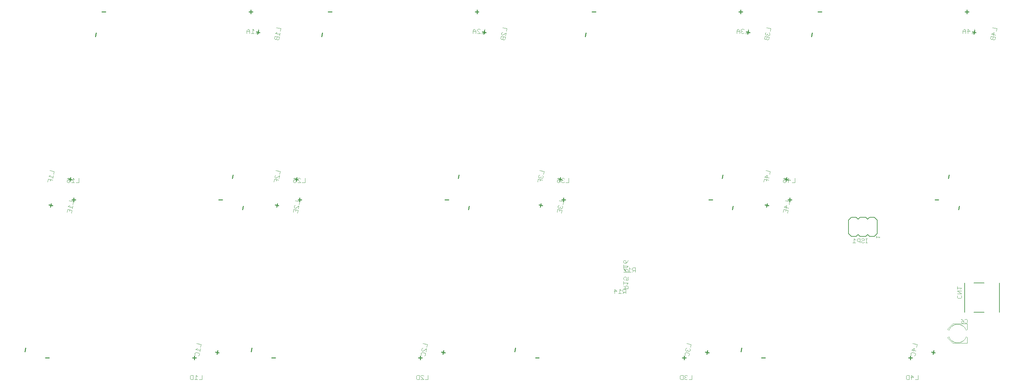
<source format=gbl>
G75*
%MOIN*%
%OFA0B0*%
%FSLAX25Y25*%
%IPPOS*%
%LPD*%
%AMOC8*
5,1,8,0,0,1.08239X$1,22.5*
%
%ADD10C,0.00400*%
%ADD11C,0.00300*%
%ADD12C,0.00500*%
%ADD13C,0.01000*%
D10*
X0209134Y0093326D02*
X0209134Y0096395D01*
X0209901Y0097162D01*
X0212203Y0097162D01*
X0212203Y0092558D01*
X0209901Y0092558D01*
X0209134Y0093326D01*
X0213738Y0092558D02*
X0216807Y0092558D01*
X0218342Y0092558D02*
X0221411Y0092558D01*
X0221411Y0097162D01*
X0216807Y0095628D02*
X0215272Y0097162D01*
X0215272Y0092558D01*
X0217581Y0117420D02*
X0218470Y0118042D01*
X0218737Y0119553D01*
X0218114Y0120442D01*
X0215091Y0120975D01*
X0214203Y0120353D01*
X0213936Y0118841D01*
X0214558Y0117953D01*
X0219136Y0121820D02*
X0219669Y0124843D01*
X0219403Y0123332D02*
X0214869Y0124131D01*
X0216647Y0125376D01*
X0219936Y0126354D02*
X0220469Y0129377D01*
X0215935Y0130176D01*
X0445354Y0096395D02*
X0446122Y0097162D01*
X0448424Y0097162D01*
X0448424Y0092558D01*
X0446122Y0092558D01*
X0445354Y0093326D01*
X0445354Y0096395D01*
X0449958Y0096395D02*
X0450725Y0097162D01*
X0452260Y0097162D01*
X0453027Y0096395D01*
X0449958Y0096395D02*
X0449958Y0095628D01*
X0453027Y0092558D01*
X0449958Y0092558D01*
X0454562Y0092558D02*
X0457631Y0092558D01*
X0457631Y0097162D01*
X0453802Y0117420D02*
X0454690Y0118042D01*
X0454957Y0119553D01*
X0454335Y0120442D01*
X0451312Y0120975D01*
X0450423Y0120353D01*
X0450156Y0118841D01*
X0450779Y0117953D01*
X0451578Y0122487D02*
X0450956Y0123375D01*
X0451222Y0124887D01*
X0452111Y0125509D01*
X0451578Y0122487D02*
X0452334Y0122353D01*
X0455890Y0124843D01*
X0455357Y0121820D01*
X0456156Y0126354D02*
X0456689Y0129377D01*
X0452155Y0130176D01*
X0651732Y0184860D02*
X0654801Y0184860D01*
X0652500Y0187162D01*
X0652500Y0182558D01*
X0656336Y0182558D02*
X0659405Y0182558D01*
X0657871Y0182558D02*
X0657871Y0187162D01*
X0659405Y0185628D01*
X0660940Y0186395D02*
X0660940Y0184860D01*
X0661707Y0184093D01*
X0664009Y0184093D01*
X0662475Y0184093D02*
X0660940Y0182558D01*
X0664009Y0182558D02*
X0664009Y0187162D01*
X0661707Y0187162D01*
X0660940Y0186395D01*
X0661909Y0187558D02*
X0666513Y0187558D01*
X0666513Y0189860D01*
X0665746Y0190628D01*
X0664211Y0190628D01*
X0663444Y0189860D01*
X0663444Y0187558D01*
X0663444Y0189093D02*
X0661909Y0190628D01*
X0661909Y0192162D02*
X0661909Y0195231D01*
X0661909Y0193697D02*
X0666513Y0193697D01*
X0664979Y0192162D01*
X0664211Y0196766D02*
X0664979Y0198301D01*
X0664979Y0199068D01*
X0664211Y0199835D01*
X0662677Y0199835D01*
X0661909Y0199068D01*
X0661909Y0197533D01*
X0662677Y0196766D01*
X0664211Y0196766D02*
X0666513Y0196766D01*
X0666513Y0199835D01*
X0666513Y0205058D02*
X0661909Y0205058D01*
X0663444Y0205058D02*
X0663444Y0207360D01*
X0664211Y0208128D01*
X0665746Y0208128D01*
X0666513Y0207360D01*
X0666513Y0205058D01*
X0666336Y0205058D02*
X0669405Y0205058D01*
X0667871Y0205058D02*
X0667871Y0209662D01*
X0669405Y0208128D01*
X0670940Y0208895D02*
X0670940Y0207360D01*
X0671707Y0206593D01*
X0674009Y0206593D01*
X0672475Y0206593D02*
X0670940Y0205058D01*
X0674009Y0205058D02*
X0674009Y0209662D01*
X0671707Y0209662D01*
X0670940Y0208895D01*
X0666513Y0211197D02*
X0661909Y0211197D01*
X0661909Y0212731D02*
X0661909Y0209662D01*
X0661732Y0209662D02*
X0661732Y0208895D01*
X0664801Y0205826D01*
X0664801Y0205058D01*
X0663444Y0206593D02*
X0661909Y0208128D01*
X0661732Y0209662D02*
X0664801Y0209662D01*
X0664979Y0209662D02*
X0666513Y0211197D01*
X0664211Y0214266D02*
X0664211Y0216568D01*
X0663444Y0217335D01*
X0662677Y0217335D01*
X0661909Y0216568D01*
X0661909Y0215033D01*
X0662677Y0214266D01*
X0664211Y0214266D01*
X0665746Y0215801D01*
X0666513Y0217335D01*
X0596850Y0266761D02*
X0597383Y0269783D01*
X0592849Y0270583D01*
X0592316Y0267560D01*
X0594850Y0268672D02*
X0595116Y0270183D01*
X0594627Y0271827D02*
X0595516Y0272450D01*
X0596139Y0271561D01*
X0596894Y0271428D01*
X0597783Y0272050D01*
X0598050Y0273561D01*
X0597427Y0274450D01*
X0598449Y0275828D02*
X0598982Y0278851D01*
X0594448Y0279651D01*
X0594405Y0274983D02*
X0593516Y0274361D01*
X0593249Y0272850D01*
X0593872Y0271961D01*
X0594627Y0271827D01*
X0595516Y0272450D02*
X0595649Y0273206D01*
X0594618Y0298661D02*
X0593083Y0298661D01*
X0592316Y0299428D01*
X0592316Y0300963D01*
X0593850Y0300963D01*
X0592316Y0302497D02*
X0593083Y0303265D01*
X0594618Y0303265D01*
X0595385Y0302497D01*
X0595385Y0299428D01*
X0594618Y0298661D01*
X0596920Y0299428D02*
X0597687Y0298661D01*
X0599222Y0298661D01*
X0599989Y0299428D01*
X0601523Y0298661D02*
X0604593Y0298661D01*
X0604593Y0303265D01*
X0599989Y0302497D02*
X0599222Y0303265D01*
X0597687Y0303265D01*
X0596920Y0302497D01*
X0596920Y0301730D01*
X0597687Y0300963D01*
X0596920Y0300195D01*
X0596920Y0299428D01*
X0597687Y0300963D02*
X0598454Y0300963D01*
X0577804Y0305190D02*
X0577181Y0306079D01*
X0577804Y0305190D02*
X0577537Y0303678D01*
X0576648Y0303056D01*
X0575893Y0303189D01*
X0575270Y0304078D01*
X0575403Y0304834D01*
X0575270Y0304078D02*
X0574381Y0303456D01*
X0573626Y0303589D01*
X0573003Y0304478D01*
X0573270Y0305989D01*
X0574159Y0306612D01*
X0578203Y0307457D02*
X0578736Y0310479D01*
X0574202Y0311279D01*
X0572603Y0302211D02*
X0572070Y0299188D01*
X0574604Y0300300D02*
X0574870Y0301811D01*
X0577137Y0301411D02*
X0572603Y0302211D01*
X0808291Y0299188D02*
X0808824Y0302211D01*
X0813358Y0301411D01*
X0811091Y0301811D02*
X0810824Y0300300D01*
X0811357Y0303322D02*
X0811890Y0306345D01*
X0809224Y0304478D01*
X0813758Y0303678D01*
X0814424Y0307457D02*
X0814957Y0310479D01*
X0810423Y0311279D01*
X0828536Y0302497D02*
X0829303Y0303265D01*
X0830838Y0303265D01*
X0831605Y0302497D01*
X0831605Y0299428D01*
X0830838Y0298661D01*
X0829303Y0298661D01*
X0828536Y0299428D01*
X0828536Y0300963D01*
X0830071Y0300963D01*
X0833140Y0300963D02*
X0836209Y0300963D01*
X0833907Y0303265D01*
X0833907Y0298661D01*
X0837744Y0298661D02*
X0840813Y0298661D01*
X0840813Y0303265D01*
X0835203Y0278851D02*
X0830669Y0279651D01*
X0835203Y0278851D02*
X0834670Y0275828D01*
X0832136Y0274717D02*
X0831603Y0271694D01*
X0831337Y0270183D02*
X0831070Y0268672D01*
X0829070Y0270583D02*
X0833604Y0269783D01*
X0833071Y0266761D01*
X0828537Y0267560D02*
X0829070Y0270583D01*
X0829470Y0272850D02*
X0832136Y0274717D01*
X0829470Y0272850D02*
X0834004Y0272050D01*
X0902579Y0240162D02*
X0902579Y0235558D01*
X0904113Y0235558D02*
X0901044Y0235558D01*
X0904113Y0238628D02*
X0902579Y0240162D01*
X0905648Y0239395D02*
X0905648Y0237860D01*
X0906415Y0237093D01*
X0908717Y0237093D01*
X0908717Y0235558D02*
X0908717Y0240162D01*
X0906415Y0240162D01*
X0905648Y0239395D01*
X0910252Y0239395D02*
X0911019Y0240162D01*
X0912554Y0240162D01*
X0913321Y0239395D01*
X0913321Y0238628D01*
X0912554Y0237860D01*
X0911019Y0237860D01*
X0910252Y0237093D01*
X0910252Y0236326D01*
X0911019Y0235558D01*
X0912554Y0235558D01*
X0913321Y0236326D01*
X0914856Y0235558D02*
X0916390Y0235558D01*
X0915623Y0235558D02*
X0915623Y0240162D01*
X0916390Y0240162D02*
X0914856Y0240162D01*
X1010354Y0189921D02*
X1010354Y0186852D01*
X1010354Y0188387D02*
X1014958Y0188387D01*
X1013423Y0186852D01*
X1014958Y0185317D02*
X1010354Y0185317D01*
X1014958Y0182248D01*
X1010354Y0182248D01*
X1011122Y0180713D02*
X1010354Y0179946D01*
X1010354Y0178411D01*
X1011122Y0177644D01*
X1014191Y0177644D01*
X1014958Y0178411D01*
X1014958Y0179946D01*
X1014191Y0180713D01*
X1020863Y0151059D02*
X1005705Y0151059D01*
X1000390Y0145744D01*
X1000390Y0144563D01*
X1001572Y0137476D02*
X1001656Y0137257D01*
X1001745Y0137040D01*
X1001840Y0136825D01*
X1001940Y0136612D01*
X1002045Y0136402D01*
X1002155Y0136195D01*
X1002270Y0135990D01*
X1002390Y0135788D01*
X1002515Y0135589D01*
X1002645Y0135393D01*
X1002779Y0135200D01*
X1002918Y0135011D01*
X1003062Y0134825D01*
X1003210Y0134643D01*
X1003363Y0134464D01*
X1003520Y0134289D01*
X1003681Y0134118D01*
X1003846Y0133951D01*
X1004015Y0133788D01*
X1004188Y0133630D01*
X1004365Y0133475D01*
X1004546Y0133325D01*
X1004730Y0133179D01*
X1004918Y0133038D01*
X1005109Y0132901D01*
X1005304Y0132769D01*
X1005501Y0132642D01*
X1005702Y0132520D01*
X1005905Y0132403D01*
X1006112Y0132290D01*
X1006321Y0132183D01*
X1006532Y0132081D01*
X1006746Y0131983D01*
X1006962Y0131892D01*
X1007181Y0131805D01*
X1007401Y0131724D01*
X1007623Y0131648D01*
X1007848Y0131578D01*
X1008073Y0131513D01*
X1008301Y0131453D01*
X1008529Y0131400D01*
X1008759Y0131351D01*
X1008990Y0131309D01*
X1009222Y0131272D01*
X1009455Y0131240D01*
X1009689Y0131215D01*
X1009923Y0131195D01*
X1010157Y0131180D01*
X1010392Y0131172D01*
X1010627Y0131169D01*
X1010862Y0131172D01*
X1011097Y0131180D01*
X1011331Y0131195D01*
X1011565Y0131215D01*
X1011799Y0131240D01*
X1012032Y0131272D01*
X1012264Y0131309D01*
X1012495Y0131351D01*
X1012725Y0131400D01*
X1012953Y0131453D01*
X1013181Y0131513D01*
X1013406Y0131578D01*
X1013631Y0131648D01*
X1013853Y0131724D01*
X1014073Y0131805D01*
X1014292Y0131892D01*
X1014508Y0131983D01*
X1014722Y0132081D01*
X1014933Y0132183D01*
X1015142Y0132290D01*
X1015349Y0132403D01*
X1015552Y0132520D01*
X1015753Y0132642D01*
X1015950Y0132769D01*
X1016145Y0132901D01*
X1016336Y0133038D01*
X1016524Y0133179D01*
X1016708Y0133325D01*
X1016889Y0133475D01*
X1017066Y0133630D01*
X1017239Y0133788D01*
X1017408Y0133951D01*
X1017573Y0134118D01*
X1017734Y0134289D01*
X1017891Y0134464D01*
X1018044Y0134643D01*
X1018192Y0134825D01*
X1018336Y0135011D01*
X1018475Y0135200D01*
X1018609Y0135393D01*
X1018739Y0135589D01*
X1018864Y0135788D01*
X1018984Y0135990D01*
X1019099Y0136195D01*
X1019209Y0136402D01*
X1019314Y0136612D01*
X1019414Y0136825D01*
X1019509Y0137040D01*
X1019598Y0137257D01*
X1019682Y0137476D01*
X1020863Y0137083D02*
X1020863Y0130587D01*
X1005705Y0130587D01*
X1000390Y0135902D01*
X1000390Y0137083D01*
X1001572Y0144170D02*
X1001656Y0144389D01*
X1001745Y0144606D01*
X1001840Y0144821D01*
X1001940Y0145034D01*
X1002045Y0145244D01*
X1002155Y0145451D01*
X1002270Y0145656D01*
X1002390Y0145858D01*
X1002515Y0146057D01*
X1002645Y0146253D01*
X1002779Y0146446D01*
X1002918Y0146635D01*
X1003062Y0146821D01*
X1003210Y0147003D01*
X1003363Y0147182D01*
X1003520Y0147357D01*
X1003681Y0147528D01*
X1003846Y0147695D01*
X1004015Y0147858D01*
X1004188Y0148016D01*
X1004365Y0148171D01*
X1004546Y0148321D01*
X1004730Y0148467D01*
X1004918Y0148608D01*
X1005109Y0148745D01*
X1005304Y0148877D01*
X1005501Y0149004D01*
X1005702Y0149126D01*
X1005905Y0149243D01*
X1006112Y0149356D01*
X1006321Y0149463D01*
X1006532Y0149565D01*
X1006746Y0149663D01*
X1006962Y0149754D01*
X1007181Y0149841D01*
X1007401Y0149922D01*
X1007623Y0149998D01*
X1007848Y0150068D01*
X1008073Y0150133D01*
X1008301Y0150193D01*
X1008529Y0150246D01*
X1008759Y0150295D01*
X1008990Y0150337D01*
X1009222Y0150374D01*
X1009455Y0150406D01*
X1009689Y0150431D01*
X1009923Y0150451D01*
X1010157Y0150466D01*
X1010392Y0150474D01*
X1010627Y0150477D01*
X1010862Y0150474D01*
X1011097Y0150466D01*
X1011331Y0150451D01*
X1011565Y0150431D01*
X1011799Y0150406D01*
X1012032Y0150374D01*
X1012264Y0150337D01*
X1012495Y0150295D01*
X1012725Y0150246D01*
X1012953Y0150193D01*
X1013181Y0150133D01*
X1013406Y0150068D01*
X1013631Y0149998D01*
X1013853Y0149922D01*
X1014073Y0149841D01*
X1014292Y0149754D01*
X1014508Y0149663D01*
X1014722Y0149565D01*
X1014933Y0149463D01*
X1015142Y0149356D01*
X1015349Y0149243D01*
X1015552Y0149126D01*
X1015753Y0149004D01*
X1015950Y0148877D01*
X1016145Y0148745D01*
X1016336Y0148608D01*
X1016524Y0148467D01*
X1016708Y0148321D01*
X1016889Y0148171D01*
X1017066Y0148016D01*
X1017239Y0147858D01*
X1017408Y0147695D01*
X1017573Y0147528D01*
X1017734Y0147357D01*
X1017891Y0147182D01*
X1018044Y0147003D01*
X1018192Y0146821D01*
X1018336Y0146635D01*
X1018475Y0146446D01*
X1018609Y0146253D01*
X1018739Y0146057D01*
X1018864Y0145858D01*
X1018984Y0145656D01*
X1019099Y0145451D01*
X1019209Y0145244D01*
X1019314Y0145034D01*
X1019414Y0144821D01*
X1019509Y0144606D01*
X1019598Y0144389D01*
X1019682Y0144170D01*
X1020863Y0144563D02*
X1020863Y0151059D01*
X0968500Y0129377D02*
X0967967Y0126354D01*
X0965434Y0125243D02*
X0964901Y0122220D01*
X0966146Y0120442D02*
X0966768Y0119553D01*
X0966502Y0118042D01*
X0965613Y0117420D01*
X0966146Y0120442D02*
X0963123Y0120975D01*
X0962234Y0120353D01*
X0961968Y0118841D01*
X0962590Y0117953D01*
X0962767Y0123375D02*
X0965434Y0125243D01*
X0967301Y0122576D02*
X0962767Y0123375D01*
X0963966Y0130176D02*
X0968500Y0129377D01*
X0969442Y0097162D02*
X0969442Y0092558D01*
X0966373Y0092558D01*
X0964838Y0094860D02*
X0961769Y0094860D01*
X0962537Y0092558D02*
X0962537Y0097162D01*
X0964838Y0094860D01*
X0960235Y0092558D02*
X0957933Y0092558D01*
X0957165Y0093326D01*
X0957165Y0096395D01*
X0957933Y0097162D01*
X0960235Y0097162D01*
X0960235Y0092558D01*
X0733222Y0092558D02*
X0730153Y0092558D01*
X0728618Y0093326D02*
X0727851Y0092558D01*
X0726316Y0092558D01*
X0725549Y0093326D01*
X0725549Y0094093D01*
X0726316Y0094860D01*
X0727083Y0094860D01*
X0726316Y0094860D02*
X0725549Y0095628D01*
X0725549Y0096395D01*
X0726316Y0097162D01*
X0727851Y0097162D01*
X0728618Y0096395D01*
X0733222Y0097162D02*
X0733222Y0092558D01*
X0724014Y0092558D02*
X0724014Y0097162D01*
X0721712Y0097162D01*
X0720945Y0096395D01*
X0720945Y0093326D01*
X0721712Y0092558D01*
X0724014Y0092558D01*
X0729392Y0117420D02*
X0730281Y0118042D01*
X0730548Y0119553D01*
X0729925Y0120442D01*
X0726902Y0120975D01*
X0726014Y0120353D01*
X0725747Y0118841D01*
X0726369Y0117953D01*
X0727169Y0122487D02*
X0727925Y0122353D01*
X0728814Y0122976D01*
X0729436Y0122087D01*
X0730192Y0121954D01*
X0731080Y0122576D01*
X0731347Y0124087D01*
X0730725Y0124976D01*
X0731747Y0126354D02*
X0732280Y0129377D01*
X0727746Y0130176D01*
X0727702Y0125509D02*
X0726813Y0124887D01*
X0726547Y0123375D01*
X0727169Y0122487D01*
X0728814Y0122976D02*
X0728947Y0123731D01*
X0321260Y0266761D02*
X0321793Y0269783D01*
X0317259Y0270583D01*
X0316726Y0267560D01*
X0319259Y0268672D02*
X0319526Y0270183D01*
X0319037Y0271827D02*
X0318281Y0271961D01*
X0317659Y0272850D01*
X0317925Y0274361D01*
X0318814Y0274983D01*
X0319037Y0271827D02*
X0322592Y0274317D01*
X0322059Y0271295D01*
X0322859Y0275828D02*
X0323392Y0278851D01*
X0318858Y0279651D01*
X0319027Y0298661D02*
X0317492Y0298661D01*
X0316725Y0299428D01*
X0316725Y0300963D01*
X0318260Y0300963D01*
X0319794Y0302497D02*
X0319794Y0299428D01*
X0319027Y0298661D01*
X0321329Y0298661D02*
X0324398Y0298661D01*
X0321329Y0301730D01*
X0321329Y0302497D01*
X0322096Y0303265D01*
X0323631Y0303265D01*
X0324398Y0302497D01*
X0325933Y0298661D02*
X0329002Y0298661D01*
X0329002Y0303265D01*
X0319794Y0302497D02*
X0319027Y0303265D01*
X0317492Y0303265D01*
X0316725Y0302497D01*
X0302346Y0305945D02*
X0298791Y0303456D01*
X0298035Y0303589D01*
X0297413Y0304478D01*
X0297679Y0305989D01*
X0298568Y0306612D01*
X0302346Y0305945D02*
X0301813Y0302923D01*
X0301547Y0301411D02*
X0297013Y0302211D01*
X0296480Y0299188D01*
X0299013Y0300300D02*
X0299280Y0301811D01*
X0302613Y0307457D02*
X0303146Y0310479D01*
X0298612Y0311279D01*
X0092782Y0303265D02*
X0092782Y0298661D01*
X0089712Y0298661D01*
X0088178Y0298661D02*
X0085109Y0298661D01*
X0086643Y0298661D02*
X0086643Y0303265D01*
X0088178Y0301730D01*
X0083574Y0302497D02*
X0083574Y0299428D01*
X0082807Y0298661D01*
X0081272Y0298661D01*
X0080505Y0299428D01*
X0080505Y0300963D01*
X0082039Y0300963D01*
X0080505Y0302497D02*
X0081272Y0303265D01*
X0082807Y0303265D01*
X0083574Y0302497D01*
X0066126Y0305945D02*
X0065593Y0302923D01*
X0065859Y0304434D02*
X0061325Y0305234D01*
X0063103Y0306478D01*
X0066392Y0307457D02*
X0066925Y0310479D01*
X0062391Y0311279D01*
X0060792Y0302211D02*
X0060259Y0299188D01*
X0062793Y0300300D02*
X0063059Y0301811D01*
X0065326Y0301411D02*
X0060792Y0302211D01*
X0082637Y0279651D02*
X0087171Y0278851D01*
X0086638Y0275828D01*
X0086372Y0274317D02*
X0085839Y0271295D01*
X0086105Y0272806D02*
X0081571Y0273605D01*
X0083349Y0274850D01*
X0083305Y0270183D02*
X0083039Y0268672D01*
X0085572Y0269783D02*
X0081038Y0270583D01*
X0080505Y0267560D01*
X0085039Y0266761D02*
X0085572Y0269783D01*
X0297797Y0448529D02*
X0298552Y0448396D01*
X0299441Y0449018D01*
X0299841Y0451285D01*
X0302108Y0450886D02*
X0301708Y0448619D01*
X0300819Y0447996D01*
X0300063Y0448129D01*
X0299441Y0449018D01*
X0297797Y0448529D02*
X0297174Y0449418D01*
X0297574Y0451685D01*
X0302108Y0450886D01*
X0302374Y0452397D02*
X0302907Y0455420D01*
X0303174Y0456931D02*
X0303707Y0459953D01*
X0299173Y0460753D01*
X0299885Y0455952D02*
X0298107Y0454708D01*
X0302641Y0453908D01*
X0280466Y0454763D02*
X0277397Y0454763D01*
X0275862Y0454763D02*
X0272793Y0454763D01*
X0274327Y0454763D02*
X0274327Y0459367D01*
X0275862Y0457832D01*
X0271258Y0457832D02*
X0269724Y0459367D01*
X0268189Y0457832D01*
X0268189Y0454763D01*
X0268189Y0457065D02*
X0271258Y0457065D01*
X0271258Y0457832D02*
X0271258Y0454763D01*
X0280466Y0454763D02*
X0280466Y0459367D01*
X0504409Y0457832D02*
X0504409Y0454763D01*
X0504409Y0457065D02*
X0507479Y0457065D01*
X0507479Y0457832D02*
X0505944Y0459367D01*
X0504409Y0457832D01*
X0507479Y0457832D02*
X0507479Y0454763D01*
X0509013Y0454763D02*
X0512083Y0454763D01*
X0509013Y0457832D01*
X0509013Y0458600D01*
X0509781Y0459367D01*
X0511315Y0459367D01*
X0512083Y0458600D01*
X0513617Y0454763D02*
X0516686Y0454763D01*
X0516686Y0459367D01*
X0534461Y0455463D02*
X0535349Y0456086D01*
X0534461Y0455463D02*
X0534194Y0453952D01*
X0534816Y0453063D01*
X0535572Y0452930D01*
X0539128Y0455420D01*
X0538595Y0452397D01*
X0538328Y0450886D02*
X0537929Y0448619D01*
X0537040Y0447996D01*
X0536284Y0448129D01*
X0535662Y0449018D01*
X0536061Y0451285D01*
X0535662Y0449018D02*
X0534773Y0448396D01*
X0534017Y0448529D01*
X0533395Y0449418D01*
X0533794Y0451685D01*
X0538328Y0450886D01*
X0539394Y0456931D02*
X0539927Y0459953D01*
X0535393Y0460753D01*
X0780000Y0457832D02*
X0780000Y0454763D01*
X0780000Y0457065D02*
X0783069Y0457065D01*
X0783069Y0457832D02*
X0781535Y0459367D01*
X0780000Y0457832D01*
X0783069Y0457832D02*
X0783069Y0454763D01*
X0784604Y0455530D02*
X0785371Y0454763D01*
X0786906Y0454763D01*
X0787673Y0455530D01*
X0789208Y0454763D02*
X0792277Y0454763D01*
X0792277Y0459367D01*
X0787673Y0458600D02*
X0786906Y0459367D01*
X0785371Y0459367D01*
X0784604Y0458600D01*
X0784604Y0457832D01*
X0785371Y0457065D01*
X0784604Y0456298D01*
X0784604Y0455530D01*
X0785371Y0457065D02*
X0786138Y0457065D01*
X0809385Y0451685D02*
X0808985Y0449418D01*
X0809608Y0448529D01*
X0810363Y0448396D01*
X0811252Y0449018D01*
X0811652Y0451285D01*
X0812674Y0452663D02*
X0813430Y0452530D01*
X0814319Y0453153D01*
X0814585Y0454664D01*
X0813963Y0455553D01*
X0814985Y0456931D02*
X0815518Y0459953D01*
X0810984Y0460753D01*
X0810940Y0456086D02*
X0810051Y0455463D01*
X0809785Y0453952D01*
X0810407Y0453063D01*
X0811163Y0452930D01*
X0812052Y0453552D01*
X0812674Y0452663D01*
X0812052Y0453552D02*
X0812185Y0454308D01*
X0813919Y0450886D02*
X0809385Y0451685D01*
X0811252Y0449018D02*
X0811875Y0448129D01*
X0812630Y0447996D01*
X0813519Y0448619D01*
X0813919Y0450886D01*
X1016220Y0454763D02*
X1016220Y0457832D01*
X1017755Y0459367D01*
X1019290Y0457832D01*
X1019290Y0454763D01*
X1021592Y0454763D02*
X1021592Y0459367D01*
X1023894Y0457065D01*
X1020824Y0457065D01*
X1019290Y0457065D02*
X1016220Y0457065D01*
X1025428Y0454763D02*
X1028498Y0454763D01*
X1028498Y0459367D01*
X1046005Y0453952D02*
X1048672Y0455819D01*
X1048139Y0452797D01*
X1047872Y0451285D02*
X1047473Y0449018D01*
X1048095Y0448129D01*
X1048851Y0447996D01*
X1049740Y0448619D01*
X1050139Y0450886D01*
X1045605Y0451685D01*
X1045206Y0449418D01*
X1045828Y0448529D01*
X1046584Y0448396D01*
X1047473Y0449018D01*
X1050539Y0453153D02*
X1046005Y0453952D01*
X1051205Y0456931D02*
X1051738Y0459953D01*
X1047204Y0460753D01*
D11*
X0929562Y0241743D02*
X0925859Y0241743D01*
X0925859Y0242977D02*
X0925859Y0240508D01*
X0928328Y0240508D02*
X0929562Y0241743D01*
X1014561Y0155503D02*
X1015795Y0154886D01*
X1017030Y0153651D01*
X1015178Y0153651D01*
X1014561Y0153034D01*
X1014561Y0152417D01*
X1015178Y0151800D01*
X1016413Y0151800D01*
X1017030Y0152417D01*
X1017030Y0153651D01*
X1018244Y0152417D02*
X1018861Y0151800D01*
X1020096Y0151800D01*
X1020713Y0152417D01*
X1020713Y0154886D01*
X1020096Y0155503D01*
X1018861Y0155503D01*
X1018244Y0154886D01*
D12*
X1018107Y0162870D02*
X1018107Y0193579D01*
X1018107Y0190823D02*
X1018107Y0186492D01*
X1027949Y0193579D02*
X1038579Y0193579D01*
X1054327Y0193579D02*
X1054327Y0162870D01*
X1038579Y0162870D02*
X1027949Y0162870D01*
X1018107Y0165626D02*
X1018107Y0169957D01*
X0926709Y0245358D02*
X0923709Y0242358D01*
X0918709Y0242358D01*
X0916709Y0244358D01*
X0914709Y0242358D01*
X0908709Y0242358D01*
X0906709Y0244358D01*
X0904709Y0242358D01*
X0899709Y0242358D01*
X0896709Y0245358D01*
X0896709Y0259358D01*
X0899709Y0262358D01*
X0904709Y0262358D01*
X0906709Y0260358D01*
X0908709Y0262358D01*
X0914709Y0262358D01*
X0916709Y0260358D01*
X0918709Y0262358D01*
X0923709Y0262358D01*
X0926709Y0259358D01*
X0926709Y0245358D01*
D13*
X0987005Y0280587D02*
X0990942Y0280587D01*
X1012369Y0274086D02*
X1011685Y0270209D01*
X1001010Y0302835D02*
X1001694Y0306712D01*
X0837398Y0280587D02*
X0833461Y0280587D01*
X0835430Y0282555D02*
X0835430Y0278618D01*
X0813418Y0274540D02*
X0809541Y0275224D01*
X0811821Y0276821D02*
X0811137Y0272943D01*
X0776149Y0274086D02*
X0775465Y0270209D01*
X0754721Y0280587D02*
X0750784Y0280587D01*
X0764790Y0302835D02*
X0765473Y0306712D01*
X0829883Y0302381D02*
X0833760Y0301697D01*
X0831480Y0300101D02*
X0832163Y0303978D01*
X0601178Y0280587D02*
X0597241Y0280587D01*
X0599209Y0282555D02*
X0599209Y0278618D01*
X0577197Y0274540D02*
X0573320Y0275224D01*
X0575600Y0276821D02*
X0574917Y0272943D01*
X0595259Y0300101D02*
X0595943Y0303978D01*
X0593662Y0302381D02*
X0597540Y0301697D01*
X0500558Y0274086D02*
X0499874Y0270209D01*
X0479131Y0280587D02*
X0475194Y0280587D01*
X0489199Y0302835D02*
X0489883Y0306712D01*
X0325587Y0280587D02*
X0321650Y0280587D01*
X0323619Y0282555D02*
X0323619Y0278618D01*
X0301607Y0274540D02*
X0297729Y0275224D01*
X0300010Y0276821D02*
X0299326Y0272943D01*
X0264338Y0274086D02*
X0263654Y0270209D01*
X0242910Y0280587D02*
X0238973Y0280587D01*
X0252979Y0302835D02*
X0253662Y0306712D01*
X0318072Y0302381D02*
X0321949Y0301697D01*
X0319669Y0300101D02*
X0320352Y0303978D01*
X0089367Y0280587D02*
X0085430Y0280587D01*
X0087398Y0282555D02*
X0087398Y0278618D01*
X0065386Y0274540D02*
X0061509Y0275224D01*
X0063789Y0276821D02*
X0063106Y0272943D01*
X0083448Y0300101D02*
X0084132Y0303978D01*
X0081851Y0302381D02*
X0085729Y0301697D01*
X0110111Y0451311D02*
X0110794Y0455188D01*
X0116926Y0477437D02*
X0120863Y0477437D01*
X0270469Y0477437D02*
X0274406Y0477437D01*
X0272438Y0475469D02*
X0272438Y0479406D01*
X0280325Y0457923D02*
X0279641Y0454046D01*
X0278044Y0456326D02*
X0281922Y0455643D01*
X0346331Y0451311D02*
X0347015Y0455188D01*
X0353146Y0477437D02*
X0357083Y0477437D01*
X0506690Y0477437D02*
X0510627Y0477437D01*
X0508658Y0475469D02*
X0508658Y0479406D01*
X0516545Y0457923D02*
X0515862Y0454046D01*
X0518142Y0455643D02*
X0514265Y0456326D01*
X0621922Y0451311D02*
X0622605Y0455188D01*
X0628737Y0477437D02*
X0632674Y0477437D01*
X0782280Y0477437D02*
X0786217Y0477437D01*
X0784249Y0475469D02*
X0784249Y0479406D01*
X0792136Y0457923D02*
X0791452Y0454046D01*
X0789855Y0456326D02*
X0793733Y0455643D01*
X0858142Y0451311D02*
X0858826Y0455188D01*
X0864957Y0477437D02*
X0868894Y0477437D01*
X1018501Y0477437D02*
X1022438Y0477437D01*
X1020469Y0475469D02*
X1020469Y0479406D01*
X1028356Y0457923D02*
X1027673Y0454046D01*
X1029953Y0455643D02*
X1026076Y0456326D01*
X0985707Y0122875D02*
X0985023Y0118998D01*
X0987303Y0120595D02*
X0983426Y0121279D01*
X0963383Y0115232D02*
X0959446Y0115232D01*
X0961414Y0113264D02*
X0961414Y0117201D01*
X0809839Y0115232D02*
X0805902Y0115232D01*
X0784475Y0121733D02*
X0785158Y0125610D01*
X0751083Y0120595D02*
X0747206Y0121279D01*
X0748802Y0118998D02*
X0749486Y0122875D01*
X0727162Y0115232D02*
X0723225Y0115232D01*
X0725194Y0113264D02*
X0725194Y0117201D01*
X0573619Y0115232D02*
X0569682Y0115232D01*
X0548254Y0121733D02*
X0548938Y0125610D01*
X0475492Y0120595D02*
X0471615Y0121279D01*
X0473896Y0122875D02*
X0473212Y0118998D01*
X0451572Y0115232D02*
X0447635Y0115232D01*
X0449603Y0113264D02*
X0449603Y0117201D01*
X0298028Y0115232D02*
X0294091Y0115232D01*
X0272664Y0121733D02*
X0273347Y0125610D01*
X0239272Y0120595D02*
X0235395Y0121279D01*
X0236991Y0118998D02*
X0237675Y0122875D01*
X0215351Y0115232D02*
X0211414Y0115232D01*
X0213383Y0113264D02*
X0213383Y0117201D01*
X0061808Y0115232D02*
X0057871Y0115232D01*
X0036443Y0121733D02*
X0037127Y0125610D01*
M02*

</source>
